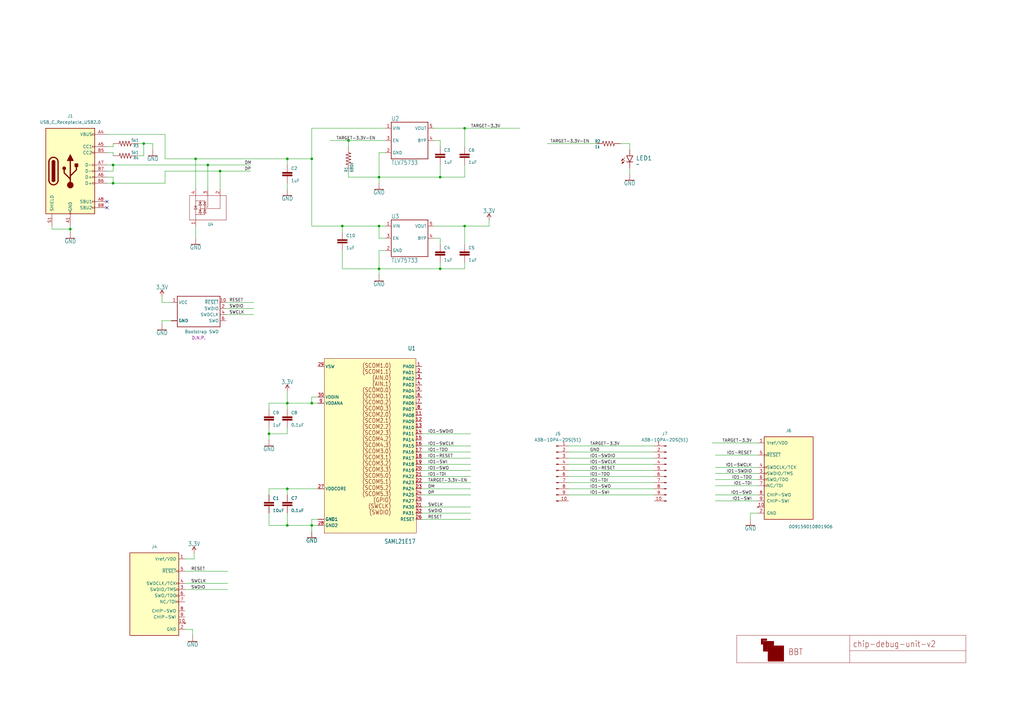
<source format=kicad_sch>
(kicad_sch (version 20231120) (generator "eeschema") (generator_version "8.0")
  (paper "User" 425.45 298.602)
  (lib_symbols
    (symbol "fizkit-fpdu-v1a-eagle-import:3.3V" (power)
      (property "Value" "3.3V" (at 0 2.794 0))
      (symbol "3.3V_1_0"
        (pin power_in line (at 0 0 90) (length 2.54) (name "3.3V") (number "1"))
      )
    )
    (symbol "fizkit-fpdu-v1a-eagle-import:A3L-LOC"
      (symbol "A3L-LOC_1_0"
        (text "BBT" (at 309.7276 6.8834 0) (effects (font (size 2.54 2.159)) (justify left bottom)))
        (text "chip-debug-unit-v2" (at 336.55 10.16 0) (effects (font (size 2.54 2.159)) (justify left bottom)))
      )
    )
    (symbol "fizkit-fpdu-v1a-eagle-import:CAPACITOR-402"
      (property "Reference" "C" (at 1.524 2.921 0))
      (symbol "CAPACITOR-402_1_0"
        (pin passive line (at 0 5.08 270) (length 2.54) (name "1") (number "1"))
        (pin passive line (at 0 -2.54 90) (length 2.54) (name "2") (number "2"))
      )
    )
    (symbol "fizkit-fpdu-v1a-eagle-import:GND" (power)
      (property "Value" "GND" (at 0 -0.254 0))
      (symbol "GND_1_0"
        (pin power_in line (at 0 2.54 270) (length 2.54) (name "GND") (number "1"))
      )
    )
    (symbol "fizkit-fpdu-v1a-eagle-import:MIC5319-5"
      (property "Reference" "U" (at -7.62 8.128 0))
      (symbol "MIC5319-5_1_0"
        (pin bidirectional line (at -10.16 5.08 0) (length 2.54) (name "VIN") (number "1"))
        (pin bidirectional line (at -10.16 -5.08 0) (length 2.54) (name "GND") (number "2"))
        (pin bidirectional line (at -10.16 0 0) (length 2.54) (name "EN") (number "3"))
        (pin bidirectional line (at 10.16 0 180) (length 2.54) (name "BYP") (number "4"))
        (pin bidirectional line (at 10.16 5.08 180) (length 2.54) (name "VOUT") (number "5"))
      )
    )
    (symbol "fizkit-fpdu-v1a-eagle-import:PRTR5V0U2-S"
      (property "Reference" "U" (at 0 -7.62 0))
      (symbol "PRTR5V0U2-S_1_0"
        (pin bidirectional line (at -5.08 -7.62 90) (length 2.54) (name "1") (number "1"))
        (pin bidirectional line (at 5.08 7.62 270) (length 2.54) (name "2") (number "2"))
        (pin bidirectional line (at 0 7.62 270) (length 2.54) (name "3") (number "3"))
        (pin bidirectional line (at -5.08 7.62 270) (length 2.54) (name "4") (number "4"))
      )
    )
    (symbol "fizkit-fpdu-v1a-eagle-import:RESISTOR-402"
      (property "Reference" "R" (at -5.588 0.2286 0))
      (symbol "RESISTOR-402_1_0"
        (pin passive line (at -5.08 0 0) (length 2.54) (name "1") (number "1"))
        (pin passive line (at 5.08 0 180) (length 2.54) (name "2") (number "2"))
      )
    )
    (symbol "io:SWD-EDGE" (pin_names (offset 1.016))
      (property "Reference" "J" (at -8.89 17.78 0))
      (property "Footprint" "io:blocks-edge-10-plug" (at 0 0 0))
      (symbol "SWD-EDGE_1_1"
        (pin power_in line (at 12.7 12.7 180) (length 2.54) (name "Vref/VDD") (number "1"))
        (pin no_connect line (at 12.7 -13.97 180) (length 2.54) (name "") (number "10"))
        (pin power_in line (at 12.7 -16.51 180) (length 2.54) (name "GND") (number "2"))
        (pin bidirectional line (at 12.7 0 180) (length 2.54) (name "SWDIO/TMS") (number "3"))
        (pin output line (at 12.7 2.54 180) (length 2.54) (name "SWDCLK/TCK") (number "4"))
        (pin open_collector line (at 12.7 7.62 180) (length 2.54) (name "~{RESET}") (number "5"))
        (pin input line (at 12.7 -2.54 180) (length 2.54) (name "SWO/TDO") (number "6"))
        (pin output line (at 12.7 -5.08 180) (length 2.54) (name "NC/TDI") (number "7"))
        (pin input line (at 12.7 -8.89 180) (length 2.54) (name "CHIP-SWO") (number "8"))
        (pin output line (at 12.7 -11.43 180) (length 2.54) (name "CHIP-SWI") (number "9"))
      )
    )
    (symbol "io:USB_C_Receptacle_USB2.0" (pin_names (offset 1.016))
      (property "Reference" "J" (at -10.16 19.05 0))
      (property "Value" "USB_C_Receptacle_USB2.0" (at 19.05 19.05 0))
      (symbol "USB_C_Receptacle_USB2.0_1_1"
        (pin passive line (at 0 -22.86 90) (length 5.08) (name "GND") (number "A1"))
        (pin passive line (at 0 -22.86 90) (length 5.08) hide (name "GND") (number "A12"))
        (pin passive line (at 15.24 15.24 180) (length 5.08) (name "VBUS") (number "A4"))
        (pin bidirectional line (at 15.24 10.16 180) (length 5.08) (name "CC1") (number "A5"))
        (pin bidirectional line (at 15.24 -2.54 180) (length 5.08) (name "D+") (number "A6"))
        (pin bidirectional line (at 15.24 2.54 180) (length 5.08) (name "D-") (number "A7"))
        (pin bidirectional line (at 15.24 -12.7 180) (length 5.08) (name "SBU1") (number "A8"))
        (pin passive line (at 15.24 15.24 180) (length 5.08) hide (name "VBUS") (number "A9"))
        (pin passive line (at 0 -22.86 90) (length 5.08) hide (name "GND") (number "B1"))
        (pin passive line (at 0 -22.86 90) (length 5.08) hide (name "GND") (number "B12"))
        (pin passive line (at 15.24 15.24 180) (length 5.08) hide (name "VBUS") (number "B4"))
        (pin bidirectional line (at 15.24 7.62 180) (length 5.08) (name "CC2") (number "B5"))
        (pin bidirectional line (at 15.24 -5.08 180) (length 5.08) (name "D+") (number "B6"))
        (pin bidirectional line (at 15.24 0 180) (length 5.08) (name "D-") (number "B7"))
        (pin bidirectional line (at 15.24 -15.24 180) (length 5.08) (name "SBU2") (number "B8"))
        (pin passive line (at 15.24 15.24 180) (length 5.08) hide (name "VBUS") (number "B9"))
        (pin passive line (at -7.62 -22.86 90) (length 5.08) (name "SHIELD") (number "S1"))
      )
    )
    (symbol "project:CORTEX_JTAG_DEBUG_MINIMUM_PTH_NS"
      (symbol "CORTEX_JTAG_DEBUG_MINIMUM_PTH_NS_1_0"
        (pin bidirectional line (at -12.7 5.08 0) (length 2.54) (name "VCC") (number "1"))
        (pin bidirectional line (at 10.16 5.08 180) (length 2.54) (name "~{RESET}") (number "10"))
        (pin bidirectional line (at 10.16 2.54 180) (length 2.54) (name "SWDIO") (number "2"))
        (pin bidirectional line (at -12.7 -2.54 0) (length 2.54) (name "GND") (number "3"))
        (pin bidirectional line (at 10.16 0 180) (length 2.54) (name "SWDCLK") (number "4"))
        (pin bidirectional line (at -12.7 -2.54 0) (length 2.54) (name "GND") (number "5"))
        (pin bidirectional line (at 10.16 -2.54 180) (length 2.54) (name "SWO") (number "6"))
        (pin bidirectional line (at -12.7 -2.54 0) (length 2.54) (name "GND") (number "9"))
      )
    )
    (symbol "project:Conn_01x10_Pin" (pin_names (offset 1.016) hide)
      (property "Reference" "J" (at 0 12.7 0))
      (property "Value" "Conn_01x10_Pin" (at 0 -15.24 0))
      (symbol "Conn_01x10_Pin_1_1"
        (pin passive line (at 5.08 10.16 180) (length 3.81) (name "Pin_1") (number "1"))
        (pin passive line (at 5.08 -12.7 180) (length 3.81) (name "Pin_10") (number "10"))
        (pin passive line (at 5.08 7.62 180) (length 3.81) (name "Pin_2") (number "2"))
        (pin passive line (at 5.08 5.08 180) (length 3.81) (name "Pin_3") (number "3"))
        (pin passive line (at 5.08 2.54 180) (length 3.81) (name "Pin_4") (number "4"))
        (pin passive line (at 5.08 0 180) (length 3.81) (name "Pin_5") (number "5"))
        (pin passive line (at 5.08 -2.54 180) (length 3.81) (name "Pin_6") (number "6"))
        (pin passive line (at 5.08 -5.08 180) (length 3.81) (name "Pin_7") (number "7"))
        (pin passive line (at 5.08 -7.62 180) (length 3.81) (name "Pin_8") (number "8"))
        (pin passive line (at 5.08 -10.16 180) (length 3.81) (name "Pin_9") (number "9"))
      )
    )
    (symbol "project:LED-603"
      (property "Reference" "D" (at -3.429 -2.032 90))
      (symbol "LED-603_1_0"
        (pin passive line (at 0 5.08 270) (length 2.54) (name "A") (number "A"))
        (pin passive line (at 0 -2.54 90) (length 2.54) (name "C") (number "C"))
      )
    )
    (symbol "project:SAML21-E"
      (property "Reference" "U" (at -20.32 34.544 0))
      (symbol "SAML21-E_1_0"
        (text "(AIN.0)" (at -10.16 22.225 0) (effects (font (size 1.778 1.5113)) (justify left bottom)))
        (text "(AIN.1)" (at -10.16 19.685 0) (effects (font (size 1.778 1.5113)) (justify left bottom)))
        (text "(GPIO)" (at -10.16 -28.575 0) (effects (font (size 1.778 1.5113)) (justify left bottom)))
        (text "(SCOM0.0)" (at -10.16 17.145 0) (effects (font (size 1.778 1.5113)) (justify left bottom)))
        (text "(SCOM0.1)" (at -10.16 14.605 0) (effects (font (size 1.778 1.5113)) (justify left bottom)))
        (text "(SCOM0.2)" (at -10.16 12.065 0) (effects (font (size 1.778 1.5113)) (justify left bottom)))
        (text "(SCOM0.3)" (at -10.16 9.525 0) (effects (font (size 1.778 1.5113)) (justify left bottom)))
        (text "(SCOM1.0)" (at -10.16 27.305 0) (effects (font (size 1.778 1.5113)) (justify left bottom)))
        (text "(SCOM1.1)" (at -10.16 24.765 0) (effects (font (size 1.778 1.5113)) (justify left bottom)))
        (text "(SCOM2.0)" (at -10.16 6.985 0) (effects (font (size 1.778 1.5113)) (justify left bottom)))
        (text "(SCOM2.1)" (at -10.16 4.445 0) (effects (font (size 1.778 1.5113)) (justify left bottom)))
        (text "(SCOM2.2)" (at -10.16 1.905 0) (effects (font (size 1.778 1.5113)) (justify left bottom)))
        (text "(SCOM2.3)" (at -10.16 -0.635 0) (effects (font (size 1.778 1.5113)) (justify left bottom)))
        (text "(SCOM3.0)" (at -10.16 -8.255 0) (effects (font (size 1.778 1.5113)) (justify left bottom)))
        (text "(SCOM3.1)" (at -10.16 -10.795 0) (effects (font (size 1.778 1.5113)) (justify left bottom)))
        (text "(SCOM3.2)" (at -10.16 -13.335 0) (effects (font (size 1.778 1.5113)) (justify left bottom)))
        (text "(SCOM3.3)" (at -10.16 -15.875 0) (effects (font (size 1.778 1.5113)) (justify left bottom)))
        (text "(SCOM4.2)" (at -10.16 -3.175 0) (effects (font (size 1.778 1.5113)) (justify left bottom)))
        (text "(SCOM4.3)" (at -10.16 -5.715 0) (effects (font (size 1.778 1.5113)) (justify left bottom)))
        (text "(SCOM5.0)" (at -10.16 -18.415 0) (effects (font (size 1.778 1.5113)) (justify left bottom)))
        (text "(SCOM5.1)" (at -10.16 -20.955 0) (effects (font (size 1.778 1.5113)) (justify left bottom)))
        (text "(SCOM5.2)" (at -10.16 -23.495 0) (effects (font (size 1.778 1.5113)) (justify left bottom)))
        (text "(SCOM5.3)" (at -10.16 -26.035 0) (effects (font (size 1.778 1.5113)) (justify left bottom)))
        (text "(SWCLK)" (at -10.16 -31.115 0) (effects (font (size 1.778 1.5113)) (justify left bottom)))
        (text "(SWDIO)" (at -10.16 -33.655 0) (effects (font (size 1.778 1.5113)) (justify left bottom)))
        (pin bidirectional line (at -22.86 27.94 0) (length 2.54) (name "PA00") (number "1"))
        (pin bidirectional line (at 20.32 -35.56 180) (length 2.54) (name "GND1") (number "10"))
        (pin bidirectional line (at -22.86 7.62 0) (length 2.54) (name "PA08") (number "11"))
        (pin bidirectional line (at -22.86 5.08 0) (length 2.54) (name "PA09") (number "12"))
        (pin bidirectional line (at -22.86 2.54 0) (length 2.54) (name "PA10") (number "13"))
        (pin bidirectional line (at -22.86 0 0) (length 2.54) (name "PA11") (number "14"))
        (pin bidirectional line (at -22.86 -2.54 0) (length 2.54) (name "PA14") (number "15"))
        (pin bidirectional line (at -22.86 -5.08 0) (length 2.54) (name "PA15") (number "16"))
        (pin bidirectional line (at -22.86 -7.62 0) (length 2.54) (name "PA16") (number "17"))
        (pin bidirectional line (at -22.86 -10.16 0) (length 2.54) (name "PA17") (number "18"))
        (pin bidirectional line (at -22.86 -12.7 0) (length 2.54) (name "PA18") (number "19"))
        (pin bidirectional line (at -22.86 25.4 0) (length 2.54) (name "PA01") (number "2"))
        (pin bidirectional line (at -22.86 -15.24 0) (length 2.54) (name "PA19") (number "20"))
        (pin bidirectional line (at -22.86 -17.78 0) (length 2.54) (name "PA22") (number "21"))
        (pin bidirectional line (at -22.86 -20.32 0) (length 2.54) (name "PA23") (number "22"))
        (pin bidirectional line (at -22.86 -22.86 0) (length 2.54) (name "PA24") (number "23"))
        (pin bidirectional line (at -22.86 -25.4 0) (length 2.54) (name "PA25") (number "24"))
        (pin bidirectional line (at -22.86 -27.94 0) (length 2.54) (name "PA27") (number "25"))
        (pin bidirectional line (at -22.86 -35.56 0) (length 2.54) (name "RESET") (number "26"))
        (pin bidirectional line (at 20.32 -22.86 180) (length 2.54) (name "VDDCORE") (number "27"))
        (pin bidirectional line (at 20.32 -38.1 180) (length 2.54) (name "GND2") (number "28"))
        (pin bidirectional line (at 20.32 27.94 180) (length 2.54) (name "VSW") (number "29"))
        (pin bidirectional line (at -22.86 22.86 0) (length 2.54) (name "PA02") (number "3"))
        (pin bidirectional line (at 20.32 15.24 180) (length 2.54) (name "VDDIN") (number "30"))
        (pin bidirectional line (at -22.86 -30.48 0) (length 2.54) (name "PA30") (number "31"))
        (pin bidirectional line (at -22.86 -33.02 0) (length 2.54) (name "PA31") (number "32"))
        (pin bidirectional line (at -22.86 20.32 0) (length 2.54) (name "PA03") (number "4"))
        (pin bidirectional line (at -22.86 17.78 0) (length 2.54) (name "PA04") (number "5"))
        (pin bidirectional line (at -22.86 15.24 0) (length 2.54) (name "PA05") (number "6"))
        (pin bidirectional line (at -22.86 12.7 0) (length 2.54) (name "PA06") (number "7"))
        (pin bidirectional line (at -22.86 10.16 0) (length 2.54) (name "PA07") (number "8"))
        (pin bidirectional line (at 20.32 12.7 180) (length 2.54) (name "VDDANA") (number "9"))
        (pin bidirectional line (at 20.32 -35.56 180) (length 2.54) (name "GND1") (number "EP"))
      )
    )
  )
  (junction (at 193.04 93.98))
  (junction (at 46.99 68.58))
  (junction (at 142.24 93.98))
  (junction (at 157.48 111.76))
  (junction (at 119.38 218.44))
  (junction (at 129.54 218.44))
  (junction (at 59.69 59.69))
  (junction (at 129.54 167.64))
  (junction (at 157.48 93.98))
  (junction (at 111.76 180.34))
  (junction (at 129.54 66.04))
  (junction (at 46.99 76.2))
  (junction (at 86.36 68.58))
  (junction (at 91.44 71.12))
  (junction (at 182.88 111.76))
  (junction (at 157.48 73.66))
  (junction (at 119.38 203.2))
  (junction (at 29.21 95.25))
  (junction (at 144.78 58.42))
  (junction (at 182.88 73.66))
  (junction (at 119.38 66.04))
  (junction (at 81.28 66.04))
  (junction (at 119.38 167.64))
  (junction (at 193.04 53.34))
  (no_connect (at 44.45 86.36))
  (no_connect (at 44.45 83.82))
  (wire (pts (xy 142.24 96.52) (xy 142.24 93.98)) (stroke (width 0.1524)))
  (wire (pts (xy 182.88 73.66) (xy 157.48 73.66)) (stroke (width 0.1524)))
  (wire (pts (xy 180.34 99.06) (xy 182.88 99.06)) (stroke (width 0.1524)))
  (wire (pts (xy 67.31 125.73) (xy 67.31 123.19)))
  (wire (pts (xy 314.96 208.28) (xy 297.18 208.28)))
  (wire (pts (xy 44.45 63.5) (xy 46.99 63.5)))
  (wire (pts (xy 160.02 63.5) (xy 157.48 63.5)) (stroke (width 0.1524)))
  (wire (pts (xy 68.58 66.04) (xy 81.28 66.04)) (stroke (width 0.1524)))
  (wire (pts (xy 236.22 193.04) (xy 271.78 193.04)))
  (wire (pts (xy 119.38 218.44) (xy 111.76 218.44)) (stroke (width 0.1524)))
  (wire (pts (xy 175.26 198.12) (xy 195.58 198.12)) (stroke (width 0.1524)))
  (wire (pts (xy 193.04 53.34) (xy 215.9 53.34)) (stroke (width 0.1524)))
  (wire (pts (xy 180.34 58.42) (xy 182.88 58.42)) (stroke (width 0.1524)))
  (wire (pts (xy 129.54 66.04) (xy 129.54 53.34)) (stroke (width 0.1524)))
  (wire (pts (xy 257.81 59.69) (xy 261.62 59.69)))
  (wire (pts (xy 157.48 111.76) (xy 157.48 114.3)) (stroke (width 0.1524)))
  (wire (pts (xy 29.21 93.98) (xy 29.21 95.25)))
  (wire (pts (xy 236.22 187.96) (xy 271.78 187.96)))
  (wire (pts (xy 81.28 78.74) (xy 81.28 66.04)) (stroke (width 0.1524)))
  (wire (pts (xy 91.44 78.74) (xy 91.44 71.12)) (stroke (width 0.1524)))
  (wire (pts (xy 46.99 73.66) (xy 46.99 76.2)))
  (wire (pts (xy 132.08 165.1) (xy 129.54 165.1)) (stroke (width 0.1524)))
  (wire (pts (xy 129.54 53.34) (xy 160.02 53.34)) (stroke (width 0.1524)))
  (wire (pts (xy 182.88 111.76) (xy 182.88 109.22)) (stroke (width 0.1524)))
  (wire (pts (xy 182.88 111.76) (xy 193.04 111.76)) (stroke (width 0.1524)))
  (wire (pts (xy 314.96 194.31) (xy 297.18 194.31)) (stroke (width 0.1524)))
  (wire (pts (xy 46.99 76.2) (xy 68.58 76.2)))
  (wire (pts (xy 314.96 184.15) (xy 295.91 184.15)))
  (wire (pts (xy 236.22 190.5) (xy 271.78 190.5)))
  (wire (pts (xy 119.38 177.8) (xy 119.38 180.34)) (stroke (width 0.1524)))
  (wire (pts (xy 119.38 205.74) (xy 119.38 203.2)) (stroke (width 0.1524)))
  (wire (pts (xy 129.54 218.44) (xy 119.38 218.44)) (stroke (width 0.1524)))
  (wire (pts (xy 157.48 104.14) (xy 157.48 111.76)) (stroke (width 0.1524)))
  (wire (pts (xy 129.54 93.98) (xy 129.54 66.04)) (stroke (width 0.1524)))
  (wire (pts (xy 157.48 73.66) (xy 144.78 73.66)) (stroke (width 0.1524)))
  (wire (pts (xy 157.48 111.76) (xy 182.88 111.76)) (stroke (width 0.1524)))
  (wire (pts (xy 157.48 73.66) (xy 157.48 76.2)) (stroke (width 0.1524)))
  (wire (pts (xy 86.36 78.74) (xy 86.36 68.58)) (stroke (width 0.1524)))
  (wire (pts (xy 111.76 180.34) (xy 111.76 182.88)) (stroke (width 0.1524)))
  (wire (pts (xy 182.88 73.66) (xy 193.04 73.66)) (stroke (width 0.1524)))
  (wire (pts (xy 44.45 55.88) (xy 68.58 55.88)))
  (wire (pts (xy 119.38 167.64) (xy 119.38 162.56)) (stroke (width 0.1524)))
  (wire (pts (xy 129.54 167.64) (xy 119.38 167.64)) (stroke (width 0.1524)))
  (wire (pts (xy 68.58 71.12) (xy 91.44 71.12)) (stroke (width 0.1524)))
  (wire (pts (xy 261.62 69.85) (xy 261.62 72.39)))
  (wire (pts (xy 111.76 167.64) (xy 111.76 170.18)) (stroke (width 0.1524)))
  (wire (pts (xy 175.26 180.34) (xy 195.58 180.34)) (stroke (width 0.1524)))
  (wire (pts (xy 111.76 203.2) (xy 111.76 205.74)) (stroke (width 0.1524)))
  (wire (pts (xy 236.22 200.66) (xy 271.78 200.66)))
  (wire (pts (xy 227.33 59.69) (xy 247.65 59.69)))
  (wire (pts (xy 160.02 58.42) (xy 144.78 58.42)) (stroke (width 0.1524)))
  (wire (pts (xy 80.645 232.41) (xy 80.645 229.87)))
  (wire (pts (xy 157.48 99.06) (xy 157.48 93.98)) (stroke (width 0.1524)))
  (wire (pts (xy 175.26 210.82) (xy 195.58 210.82)) (stroke (width 0.1524)))
  (wire (pts (xy 119.38 66.04) (xy 129.54 66.04)) (stroke (width 0.1524)))
  (wire (pts (xy 46.99 59.69) (xy 46.99 60.96)))
  (wire (pts (xy 175.26 215.9) (xy 195.58 215.9)) (stroke (width 0.1524)))
  (wire (pts (xy 144.78 60.96) (xy 144.78 58.42)) (stroke (width 0.1524)))
  (wire (pts (xy 175.26 185.42) (xy 195.58 185.42)) (stroke (width 0.1524)))
  (wire (pts (xy 132.08 167.64) (xy 129.54 167.64)) (stroke (width 0.1524)))
  (wire (pts (xy 203.2 93.98) (xy 203.2 91.44)) (stroke (width 0.1524)))
  (wire (pts (xy 71.12 125.73) (xy 67.31 125.73)))
  (wire (pts (xy 86.36 68.58) (xy 104.14 68.58)) (stroke (width 0.1524)))
  (wire (pts (xy 46.99 63.5) (xy 46.99 64.77)))
  (wire (pts (xy 157.48 111.76) (xy 142.24 111.76)) (stroke (width 0.1524)))
  (wire (pts (xy 236.22 198.12) (xy 271.78 198.12)))
  (wire (pts (xy 21.59 93.98) (xy 21.59 95.25)))
  (wire (pts (xy 132.08 203.2) (xy 119.38 203.2)) (stroke (width 0.1524)))
  (wire (pts (xy 180.34 93.98) (xy 193.04 93.98)) (stroke (width 0.1524)))
  (wire (pts (xy 129.54 165.1) (xy 129.54 167.64)) (stroke (width 0.1524)))
  (wire (pts (xy 193.04 73.66) (xy 193.04 68.58)) (stroke (width 0.1524)))
  (wire (pts (xy 314.96 199.39) (xy 297.18 199.39)))
  (wire (pts (xy 182.88 68.58) (xy 182.88 73.66)) (stroke (width 0.1524)))
  (wire (pts (xy 59.69 59.69) (xy 63.5 59.69)))
  (wire (pts (xy 129.54 218.44) (xy 129.54 220.98)) (stroke (width 0.1524)))
  (wire (pts (xy 119.38 78.74) (xy 119.38 76.2)) (stroke (width 0.1524)))
  (wire (pts (xy 29.21 95.25) (xy 29.21 96.52)))
  (wire (pts (xy 119.38 167.64) (xy 111.76 167.64)) (stroke (width 0.1524)))
  (wire (pts (xy 193.04 111.76) (xy 193.04 109.22)) (stroke (width 0.1524)))
  (wire (pts (xy 111.76 218.44) (xy 111.76 213.36)) (stroke (width 0.1524)))
  (wire (pts (xy 175.26 190.5) (xy 195.58 190.5)) (stroke (width 0.1524)))
  (wire (pts (xy 76.835 261.62) (xy 80.01 261.62)))
  (wire (pts (xy 63.5 59.69) (xy 63.5 62.23)))
  (wire (pts (xy 76.835 245.11) (xy 94.615 245.11)) (stroke (width 0.1524)))
  (wire (pts (xy 57.15 64.77) (xy 59.69 64.77)))
  (wire (pts (xy 193.04 93.98) (xy 203.2 93.98)) (stroke (width 0.1524)))
  (wire (pts (xy 261.62 62.23) (xy 261.62 59.69)))
  (wire (pts (xy 175.26 193.04) (xy 195.58 193.04)) (stroke (width 0.1524)))
  (wire (pts (xy 21.59 95.25) (xy 29.21 95.25)))
  (wire (pts (xy 160.02 99.06) (xy 157.48 99.06)) (stroke (width 0.1524)))
  (wire (pts (xy 46.99 68.58) (xy 46.99 71.12)))
  (wire (pts (xy 91.44 71.12) (xy 104.14 71.12)) (stroke (width 0.1524)))
  (wire (pts (xy 71.12 133.35) (xy 67.31 133.35)))
  (wire (pts (xy 46.99 68.58) (xy 86.36 68.58)) (stroke (width 0.1524)))
  (wire (pts (xy 68.58 55.88) (xy 68.58 66.04)))
  (wire (pts (xy 81.28 66.04) (xy 119.38 66.04)) (stroke (width 0.1524)))
  (wire (pts (xy 59.69 59.69) (xy 59.69 64.77)))
  (wire (pts (xy 314.96 196.85) (xy 297.18 196.85)) (stroke (width 0.1524)))
  (wire (pts (xy 236.22 185.42) (xy 271.78 185.42)))
  (wire (pts (xy 67.31 133.35) (xy 67.31 134.62)))
  (wire (pts (xy 314.96 201.93) (xy 297.18 201.93)))
  (wire (pts (xy 236.22 203.2) (xy 271.78 203.2)))
  (wire (pts (xy 93.98 128.27) (xy 105.41 128.27)))
  (wire (pts (xy 182.88 58.42) (xy 182.88 60.96)) (stroke (width 0.1524)))
  (wire (pts (xy 132.08 215.9) (xy 129.54 215.9)) (stroke (width 0.1524)))
  (wire (pts (xy 144.78 58.42) (xy 137.16 58.42)) (stroke (width 0.1524)))
  (wire (pts (xy 236.22 205.74) (xy 271.78 205.74)))
  (wire (pts (xy 132.08 218.44) (xy 129.54 218.44)) (stroke (width 0.1524)))
  (wire (pts (xy 180.34 53.34) (xy 193.04 53.34)) (stroke (width 0.1524)))
  (wire (pts (xy 182.88 99.06) (xy 182.88 101.6)) (stroke (width 0.1524)))
  (wire (pts (xy 93.98 130.81) (xy 105.41 130.81)))
  (wire (pts (xy 160.02 93.98) (xy 157.48 93.98)) (stroke (width 0.1524)))
  (wire (pts (xy 175.26 213.36) (xy 195.58 213.36)) (stroke (width 0.1524)))
  (wire (pts (xy 44.45 68.58) (xy 46.99 68.58)) (stroke (width 0.1524)))
  (wire (pts (xy 311.785 213.36) (xy 311.785 215.9)))
  (wire (pts (xy 129.54 215.9) (xy 129.54 218.44)) (stroke (width 0.1524)))
  (wire (pts (xy 142.24 111.76) (xy 142.24 104.14)) (stroke (width 0.1524)))
  (wire (pts (xy 119.38 180.34) (xy 111.76 180.34)) (stroke (width 0.1524)))
  (wire (pts (xy 157.48 93.98) (xy 142.24 93.98)) (stroke (width 0.1524)))
  (wire (pts (xy 119.38 213.36) (xy 119.38 218.44)) (stroke (width 0.1524)))
  (wire (pts (xy 157.48 63.5) (xy 157.48 73.66)) (stroke (width 0.1524)))
  (wire (pts (xy 119.38 68.58) (xy 119.38 66.04)) (stroke (width 0.1524)))
  (wire (pts (xy 80.01 261.62) (xy 80.01 264.16)))
  (wire (pts (xy 57.15 59.69) (xy 59.69 59.69)))
  (wire (pts (xy 76.835 242.57) (xy 94.615 242.57)) (stroke (width 0.1524)))
  (wire (pts (xy 142.24 93.98) (xy 129.54 93.98)) (stroke (width 0.1524)))
  (wire (pts (xy 193.04 101.6) (xy 193.04 93.98)) (stroke (width 0.1524)))
  (wire (pts (xy 314.96 205.74) (xy 297.18 205.74)) (stroke (width 0.1524)))
  (wire (pts (xy 68.58 71.12) (xy 68.58 76.2)))
  (wire (pts (xy 44.45 76.2) (xy 46.99 76.2)))
  (wire (pts (xy 314.96 213.36) (xy 311.785 213.36)))
  (wire (pts (xy 175.26 187.96) (xy 195.58 187.96)))
  (wire (pts (xy 314.96 189.23) (xy 297.18 189.23)) (stroke (width 0.1524)))
  (wire (pts (xy 236.22 195.58) (xy 271.78 195.58)))
  (wire (pts (xy 111.76 177.8) (xy 111.76 180.34)) (stroke (width 0.1524)))
  (wire (pts (xy 195.58 205.74) (xy 175.26 205.74)) (stroke (width 0.1524)))
  (wire (pts (xy 76.835 237.49) (xy 94.615 237.49)) (stroke (width 0.1524)))
  (wire (pts (xy 175.26 203.2) (xy 195.58 203.2)) (stroke (width 0.1524)))
  (wire (pts (xy 76.835 232.41) (xy 80.645 232.41)))
  (wire (pts (xy 119.38 203.2) (xy 111.76 203.2)) (stroke (width 0.1524)))
  (wire (pts (xy 81.28 93.98) (xy 81.28 99.06)) (stroke (width 0.1524)))
  (wire (pts (xy 160.02 104.14) (xy 157.48 104.14)) (stroke (width 0.1524)))
  (wire (pts (xy 175.26 195.58) (xy 195.58 195.58)) (stroke (width 0.1524)))
  (wire (pts (xy 44.45 73.66) (xy 46.99 73.66)))
  (wire (pts (xy 193.04 60.96) (xy 193.04 53.34)) (stroke (width 0.1524)))
  (wire (pts (xy 119.38 170.18) (xy 119.38 167.64)) (stroke (width 0.1524)))
  (wire (pts (xy 44.45 60.96) (xy 46.99 60.96)))
  (wire (pts (xy 44.45 71.12) (xy 46.99 71.12)))
  (wire (pts (xy 175.26 200.66) (xy 195.58 200.66)) (stroke (width 0.1524)))
  (wire (pts (xy 144.78 73.66) (xy 144.78 71.12)) (stroke (width 0.1524)))
  (wire (pts (xy 93.98 125.73) (xy 105.41 125.73)))
  (label "DM" (at 177.8 203.2 0) (effects (font (size 1.2446 1.2446))))
  (label "IO1-SWI" (at 245.11 205.74 0))
  (label "IO1-TDI" (at 245.11 200.66 0) (effects (font (size 1.2446 1.2446))))
  (label "IO1-SWCLK" (at 312.42 194.31 180) (effects (font (size 1.2446 1.2446))))
  (label "SWCLK" (at 177.8 210.82 0) (effects (font (size 1.2446 1.2446))))
  (label "SWCLK" (at 95.25 130.81 0) (effects (font (size 1.2446 1.2446))))
  (label "IO1-SWDIO" (at 177.8 180.34 0) (effects (font (size 1.2446 1.2446))))
  (label "DP" (at 101.6 71.12 0) (effects (font (size 1.2446 1.2446))))
  (label "TARGET-3.3V" (at 245.11 185.42 0) (effects (font (size 1.2446 1.2446))))
  (label "DM" (at 101.6 68.58 0) (effects (font (size 1.2446 1.2446))))
  (label "GND" (at 245.11 187.96 0) (effects (font (size 1.2446 1.2446))))
  (label "IO1-SWCLK" (at 245.11 193.04 0) (effects (font (size 1.2446 1.2446))))
  (label "IO1-SWO" (at 177.8 195.58 0) (effects (font (size 1.2446 1.2446))))
  (label "RESET" (at 177.8 215.9 0) (effects (font (size 1.2446 1.2446))))
  (label "IO1-SWI" (at 177.8 193.04 0))
  (label "SWDIO" (at 177.8 213.36 0) (effects (font (size 1.2446 1.2446))))
  (label "IO1-SWI" (at 312.42 208.28 180))
  (label "RESET" (at 79.375 237.49 0) (effects (font (size 1.2446 1.2446))))
  (label "IO1-RESET" (at 312.42 189.23 180) (effects (font (size 1.2446 1.2446))))
  (label "TARGET-3.3V-EN" (at 139.7 58.42 0) (effects (font (size 1.2446 1.2446))))
  (label "TARGET-3.3V-EN" (at 228.6 59.69 0) (effects (font (size 1.2446 1.2446))))
  (label "IO1-SWO" (at 245.11 203.2 0) (effects (font (size 1.2446 1.2446))))
  (label "IO1-SWDIO" (at 312.42 196.85 180) (effects (font (size 1.2446 1.2446))))
  (label "IO1-TDO" (at 312.42 199.39 180) (effects (font (size 1.2446 1.2446))))
  (label "IO1-TDO" (at 177.8 187.96 0) (effects (font (size 1.2446 1.2446))))
  (label "IO1-SWCLK" (at 177.8 185.42 0) (effects (font (size 1.2446 1.2446))))
  (label "IO1-RESET" (at 245.11 195.58 0) (effects (font (size 1.2446 1.2446))))
  (label "TARGET-3.3V" (at 312.42 184.15 180) (effects (font (size 1.2446 1.2446))))
  (label "SWDIO" (at 95.25 128.27 0) (effects (font (size 1.2446 1.2446))))
  (label "RESET" (at 95.25 125.73 0) (effects (font (size 1.2446 1.2446))))
  (label "IO1-TDI" (at 177.8 198.12 0) (effects (font (size 1.2446 1.2446))))
  (label "IO1-SWO" (at 312.42 205.74 180) (effects (font (size 1.2446 1.2446))))
  (label "DP" (at 177.8 205.74 0) (effects (font (size 1.2446 1.2446))))
  (label "IO1-TDO" (at 245.11 198.12 0) (effects (font (size 1.2446 1.2446))))
  (label "IO1-SWDIO" (at 245.11 190.5 0) (effects (font (size 1.2446 1.2446))))
  (label "TARGET-3.3V" (at 195.58 53.34 0) (effects (font (size 1.2446 1.2446))))
  (label "IO1-RESET" (at 177.8 190.5 0) (effects (font (size 1.2446 1.2446))))
  (label "TARGET-3.3V-EN" (at 177.8 200.66 0) (effects (font (size 1.2446 1.2446))))
  (label "IO1-TDI" (at 312.42 201.93 180) (effects (font (size 1.2446 1.2446))))
  (label "SWDIO" (at 79.375 245.11 0) (effects (font (size 1.2446 1.2446))))
  (label "SWCLK" (at 79.375 242.57 0) (effects (font (size 1.2446 1.2446))))
  (symbol (lib_id "project:SAML21-E") (at 152.4 180.34 0) (mirror y) (unit 1)
    (property "Reference" "U1" (at 172.72 145.796 0) (effects (font (size 1.778 1.5113)) (justify left bottom)))
    (property "Value" "SAML21E17" (at 172.72 226.06 0) (effects (font (size 1.778 1.5113)) (justify left bottom)))
    (property "Footprint" "fizkit-fpdu-v1a:TQFP32-08" (effects (hide yes)))
  )
  (symbol (lib_id "fizkit-fpdu-v1a-eagle-import:3.3V") (at 119.38 162.56 0) (unit 1)
    (property "Reference" "#SUPPLY02" (effects (hide yes)))
    (property "Value" "3.3V" (at 119.38 159.766 0) (effects (font (size 1.778 1.5113)) (justify bottom)))
  )
  (symbol (lib_id "fizkit-fpdu-v1a-eagle-import:RESISTOR-402") (at 52.07 59.69 180) (unit 1)
    (property "Reference" "R3" (at 57.658 59.9186 0) (effects (font (size 1.27 1.0795)) (justify left bottom)))
    (property "Value" "5k1" (at 57.658 57.658 0) (effects (font (size 1.27 1.0795)) (justify left bottom)))
    (property "Footprint" "io:R_0402_1005Metric_Pad0.72x0.64mm_HandSolder" (effects (hide yes)))
  )
  (symbol (lib_id "project:Conn_01x10_Pin") (at 276.86 195.58 0) (mirror y) (unit 1)
    (property "Reference" "J7" (at 276.225 180.34 0))
    (property "Value" "A3B-10PA-2DS(51)" (at 276.225 182.88 0))
    (property "Footprint" "project:PinHeader_2x05_P2.00mm_Horizontal" (effects (hide yes)))
    (property "Datasheet" "https://nz.mouser.com/datasheet/2/185/A3B_10PA_2DS_51__CL0621_0354_3_51_2DDrawing_000124-1609805.pdf" (effects (hide yes)))
    (property "Description" "Generic connector, single row, 01x10, script generated" (effects (hide yes)))
  )
  (symbol (lib_id "fizkit-fpdu-v1a-eagle-import:GND") (at 81.28 101.6 0) (unit 1)
    (property "Reference" "#GND09" (effects (hide yes)))
    (property "Value" "GND" (at 81.28 101.854 0) (effects (font (size 1.778 1.5113)) (justify top)))
  )
  (symbol (lib_id "fizkit-fpdu-v1a-eagle-import:3.3V") (at 80.645 229.87 0) (unit 1)
    (property "Reference" "#SUPPLY04" (effects (hide yes)))
    (property "Value" "3.3V" (at 80.645 227.076 0) (effects (font (size 1.778 1.5113)) (justify bottom)))
  )
  (symbol (lib_id "fizkit-fpdu-v1a-eagle-import:GND") (at 119.38 81.28 0) (unit 1)
    (property "Reference" "#GND05" (effects (hide yes)))
    (property "Value" "GND" (at 119.38 81.534 0) (effects (font (size 1.778 1.5113)) (justify top)))
  )
  (symbol (lib_id "project:Conn_01x10_Pin") (at 231.14 195.58 0) (unit 1)
    (property "Reference" "J5" (at 231.775 180.34 0))
    (property "Value" "A3B-10PA-2DS(51)" (at 231.775 182.88 0))
    (property "Footprint" "project:PinHeader_2x05_P2.00mm_Vertical" (effects (hide yes)))
    (property "Datasheet" "https://nz.mouser.com/datasheet/2/185/A3B_10PA_2DS_51__CL0621_0354_3_51_2DDrawing_000124-1609805.pdf" (effects (hide yes)))
  )
  (symbol (lib_id "fizkit-fpdu-v1a-eagle-import:CAPACITOR-402") (at 182.88 66.04 0) (unit 1)
    (property "Reference" "C3" (at 184.404 63.119 0) (effects (justify left bottom)))
    (property "Value" "1uF" (at 184.404 68.199 0) (effects (justify left bottom)))
    (property "Footprint" "fizkit-fpdu-v1a:0402" (effects (hide yes)))
  )
  (symbol (lib_id "fizkit-fpdu-v1a-eagle-import:CAPACITOR-402") (at 142.24 101.6 0) (unit 1)
    (property "Reference" "C10" (at 143.764 98.679 0) (effects (justify left bottom)))
    (property "Value" "1uF" (at 143.764 103.759 0) (effects (justify left bottom)))
    (property "Footprint" "fizkit-fpdu-v1a:0402" (effects (hide yes)))
  )
  (symbol (lib_id "fizkit-fpdu-v1a-eagle-import:GND") (at 80.01 266.7 0) (unit 1)
    (property "Reference" "#GND010" (effects (hide yes)))
    (property "Value" "GND" (at 80.01 266.954 0) (effects (font (size 1.778 1.5113)) (justify top)))
  )
  (symbol (lib_id "fizkit-fpdu-v1a-eagle-import:RESISTOR-402") (at 144.78 66.04 90) (unit 1)
    (property "Reference" "R1" (at 144.5514 71.628 0) (effects (font (size 1.27 1.0795)) (justify left bottom)))
    (property "Value" "680k" (at 146.812 71.628 0) (effects (font (size 1.27 1.0795)) (justify left bottom)))
    (property "Footprint" "fizkit-fpdu-v1a:0402" (effects (hide yes)))
  )
  (symbol (lib_id "fizkit-fpdu-v1a-eagle-import:GND") (at 29.21 99.06 0) (unit 1)
    (property "Reference" "#GND02" (effects (hide yes)))
    (property "Value" "GND" (at 29.21 99.314 0) (effects (font (size 1.778 1.5113)) (justify top)))
  )
  (symbol (lib_id "fizkit-fpdu-v1a-eagle-import:3.3V") (at 203.2 91.44 0) (unit 1)
    (property "Reference" "#SUPPLY01" (effects (hide yes)))
    (property "Value" "3.3V" (at 203.2 88.646 0) (effects (font (size 1.778 1.5113)) (justify bottom)))
  )
  (symbol (lib_id "fizkit-fpdu-v1a-eagle-import:PRTR5V0U2-S") (at 86.36 86.36 0) (unit 1)
    (property "Reference" "U4" (at 86.36 93.98 0) (effects (font (size 1.27 1.0795)) (justify left bottom)))
    (property "Value" "PRTR5V0U2-S" (effects (hide yes)))
    (property "Footprint" "fizkit-fpdu-v1a:SOT143B" (effects (hide yes)))
  )
  (symbol (lib_id "fizkit-fpdu-v1a-eagle-import:GND") (at 63.5 64.77 0) (unit 1)
    (property "Reference" "#GND06" (effects (hide yes)))
    (property "Value" "GND" (at 63.5 65.024 0) (effects (font (size 1.778 1.5113)) (justify top)))
  )
  (symbol (lib_id "fizkit-fpdu-v1a-eagle-import:RESISTOR-402") (at 252.73 59.69 0) (unit 1)
    (property "Reference" "R2" (at 247.142 59.4614 0) (effects (font (size 1.27 1.0795)) (justify left bottom)))
    (property "Value" "1k" (at 247.142 61.722 0) (effects (font (size 1.27 1.0795)) (justify left bottom)))
    (property "Footprint" "io:R_0402_1005Metric_Pad0.72x0.64mm_HandSolder" (effects (hide yes)))
  )
  (symbol (lib_id "fizkit-fpdu-v1a-eagle-import:A3L-LOC") (at 17.78 279.4 0) (unit 1)
    (property "Reference" "#FRAME1" (effects (hide yes)))
    (property "Value" "A3L-LOC" (effects (hide yes)))
  )
  (symbol (lib_id "fizkit-fpdu-v1a-eagle-import:CAPACITOR-402") (at 119.38 175.26 0) (unit 1)
    (property "Reference" "C8" (at 120.904 172.339 0) (effects (justify left bottom)))
    (property "Value" "0.1uF" (at 120.904 177.419 0) (effects (justify left bottom)))
    (property "Footprint" "fizkit-fpdu-v1a:0402" (effects (hide yes)))
  )
  (symbol (lib_id "fizkit-fpdu-v1a-eagle-import:GND") (at 111.76 185.42 0) (unit 1)
    (property "Reference" "#GND08" (effects (hide yes)))
    (property "Value" "GND" (at 111.76 185.674 0) (effects (font (size 1.778 1.5113)) (justify top)))
  )
  (symbol (lib_id "fizkit-fpdu-v1a-eagle-import:GND") (at 67.31 137.16 0) (unit 1)
    (property "Reference" "#GND07" (effects (hide yes)))
    (property "Value" "GND" (at 67.31 137.414 0) (effects (font (size 1.778 1.5113)) (justify top)))
  )
  (symbol (lib_id "fizkit-fpdu-v1a-eagle-import:GND") (at 129.54 223.52 0) (unit 1)
    (property "Reference" "#GND01" (effects (hide yes)))
    (property "Value" "GND" (at 129.54 223.774 0) (effects (font (size 1.778 1.5113)) (justify top)))
  )
  (symbol (lib_id "fizkit-fpdu-v1a-eagle-import:MIC5319-5") (at 170.18 58.42 0) (unit 1)
    (property "Reference" "U2" (at 162.56 50.292 0) (effects (font (size 1.778 1.5113)) (justify left bottom)))
    (property "Value" "TLV75733" (at 162.56 68.58 0) (effects (font (size 1.778 1.5113)) (justify left bottom)))
    (property "Footprint" "fizkit-fpdu-v1a:SOT23-5" (effects (hide yes)))
  )
  (symbol (lib_id "fizkit-fpdu-v1a-eagle-import:CAPACITOR-402") (at 193.04 66.04 0) (unit 1)
    (property "Reference" "C6" (at 194.564 63.119 0) (effects (justify left bottom)))
    (property "Value" "1uF" (at 194.564 68.199 0) (effects (justify left bottom)))
    (property "Footprint" "fizkit-fpdu-v1a:0402" (effects (hide yes)))
  )
  (symbol (lib_id "fizkit-fpdu-v1a-eagle-import:RESISTOR-402") (at 52.07 64.77 180) (unit 1)
    (property "Reference" "R4" (at 57.658 64.9986 0) (effects (font (size 1.27 1.0795)) (justify left bottom)))
    (property "Value" "5k1" (at 57.658 62.738 0) (effects (font (size 1.27 1.0795)) (justify left bottom)))
    (property "Footprint" "io:R_0402_1005Metric_Pad0.72x0.64mm_HandSolder" (effects (hide yes)))
  )
  (symbol (lib_id "io:SWD-EDGE") (at 64.135 245.11 0) (unit 1)
    (property "Reference" "J4" (at 64.135 227.33 0))
    (property "Value" "SWD-EDGE" (effects (hide yes)))
    (property "Footprint" "io:blocks-edge-10-plug" (effects (hide yes)))
    (property "Description" "Cortex Debug Connector, standard ARM Cortex-M SWD and JTAG interface" (effects (hide yes)))
  )
  (symbol (lib_id "fizkit-fpdu-v1a-eagle-import:GND") (at 157.48 116.84 0) (unit 1)
    (property "Reference" "#GND04" (effects (hide yes)))
    (property "Value" "GND" (at 157.48 117.094 0) (effects (font (size 1.778 1.5113)) (justify top)))
  )
  (symbol (lib_id "fizkit-fpdu-v1a-eagle-import:CAPACITOR-402") (at 111.76 175.26 0) (unit 1)
    (property "Reference" "C9" (at 113.284 172.339 0) (effects (justify left bottom)))
    (property "Value" "1uF" (at 113.284 177.419 0) (effects (justify left bottom)))
    (property "Footprint" "fizkit-fpdu-v1a:0402" (effects (hide yes)))
  )
  (symbol (lib_id "fizkit-fpdu-v1a-eagle-import:CAPACITOR-402") (at 111.76 210.82 0) (unit 1)
    (property "Reference" "C1" (at 113.284 207.899 0) (effects (justify left bottom)))
    (property "Value" "10uF" (at 113.284 212.979 0) (effects (justify left bottom)))
    (property "Footprint" "fizkit-fpdu-v1a:0402" (effects (hide yes)))
  )
  (symbol (lib_id "project:LED-603") (at 261.62 67.31 0) (unit 1)
    (property "Reference" "LED1" (at 264.16 65.7605 0) (effects (font (size 1.778 1.778)) (justify left)))
    (property "Value" "~" (at 264.16 68.3006 0) (effects (font (size 1.778 1.778)) (justify left)))
    (property "Footprint" "io:LED_0603_1608Metric_Pad1.05x0.95mm_HandSolder" (effects (hide yes)))
  )
  (symbol (lib_id "project:CORTEX_JTAG_DEBUG_MINIMUM_PTH_NS") (at 83.82 130.81 0) (unit 1)
    (property "Reference" "J2" (effects (hide yes)))
    (property "Value" "Bootstrap SWD" (at 83.82 137.922 0))
    (property "Footprint" "project:2X5-SMD-UNSHROUDED" (effects (hide yes)))
    (property "Description" "D.N.P." (at 82.55 140.462 0))
  )
  (symbol (lib_id "fizkit-fpdu-v1a-eagle-import:GND") (at 311.785 218.44 0) (mirror y) (unit 1)
    (property "Reference" "#GND011" (effects (hide yes)))
    (property "Value" "GND" (at 311.785 218.694 0) (effects (font (size 1.778 1.5113)) (justify top)))
  )
  (symbol (lib_id "io:USB_C_Receptacle_USB2.0") (at 29.21 71.12 0) (unit 1)
    (property "Reference" "J1" (at 29.21 48.26 0))
    (property "Value" "USB_C_Receptacle_USB2.0" (at 29.21 50.8 0))
    (property "Footprint" "io:USB_C_Receptacle_GCT_USB4105-xx-A_16P_TopMnt_Horizontal" (effects (hide yes)))
    (property "Datasheet" "https://www.usb.org/sites/default/files/documents/usb_type-c.zip" (effects (hide yes)))
    (property "Description" "USB 2.0-only Type-C Receptacle connector" (effects (hide yes)))
  )
  (symbol (lib_id "io:SWD-EDGE") (at 327.66 196.85 0) (mirror y) (unit 1)
    (property "Reference" "J6" (at 327.66 179.07 0))
    (property "Value" "009159010801906" (at 327.66 219.71 0) (effects (justify right bottom)))
    (property "Footprint" "io:blocks-edge-10-socket" (effects (hide yes)))
    (property "Description" "Cortex Debug Connector, standard ARM Cortex-M SWD and JTAG interface" (effects (hide yes)))
    (property "part_number" "009159010801906 " (effects (hide yes)))
  )
  (symbol (lib_id "fizkit-fpdu-v1a-eagle-import:GND") (at 157.48 78.74 0) (unit 1)
    (property "Reference" "#GND03" (effects (hide yes)))
    (property "Value" "GND" (at 157.48 78.994 0) (effects (font (size 1.778 1.5113)) (justify top)))
  )
  (symbol (lib_id "fizkit-fpdu-v1a-eagle-import:MIC5319-5") (at 170.18 99.06 0) (unit 1)
    (property "Reference" "U3" (at 162.56 90.932 0) (effects (font (size 1.778 1.5113)) (justify left bottom)))
    (property "Value" "TLV75733" (at 162.56 109.22 0) (effects (font (size 1.778 1.5113)) (justify left bottom)))
    (property "Footprint" "fizkit-fpdu-v1a:SOT23-5" (effects (hide yes)))
  )
  (symbol (lib_id "fizkit-fpdu-v1a-eagle-import:3.3V") (at 67.31 123.19 0) (unit 1)
    (property "Reference" "#SUPPLY03" (effects (hide yes)))
    (property "Value" "3.3V" (at 67.31 120.396 0) (effects (font (size 1.778 1.5113)) (justify bottom)))
  )
  (symbol (lib_id "fizkit-fpdu-v1a-eagle-import:GND") (at 261.62 74.93 0) (unit 1)
    (property "Reference" "#GND013" (effects (hide yes)))
    (property "Value" "GND" (at 261.62 75.184 0) (effects (font (size 1.778 1.5113)) (justify top)))
  )
  (symbol (lib_id "fizkit-fpdu-v1a-eagle-import:CAPACITOR-402") (at 182.88 106.68 0) (unit 1)
    (property "Reference" "C4" (at 184.404 103.759 0) (effects (justify left bottom)))
    (property "Value" "1uF" (at 184.404 108.839 0) (effects (justify left bottom)))
    (property "Footprint" "fizkit-fpdu-v1a:0402" (effects (hide yes)))
  )
  (symbol (lib_id "fizkit-fpdu-v1a-eagle-import:CAPACITOR-402") (at 119.38 210.82 0) (unit 1)
    (property "Reference" "C7" (at 120.904 207.899 0) (effects (justify left bottom)))
    (property "Value" "0.1uF" (at 120.904 212.979 0) (effects (justify left bottom)))
    (property "Footprint" "fizkit-fpdu-v1a:0402" (effects (hide yes)))
  )
  (symbol (lib_id "fizkit-fpdu-v1a-eagle-import:CAPACITOR-402") (at 119.38 73.66 0) (unit 1)
    (property "Reference" "C2" (at 120.904 70.739 0) (effects (justify left bottom)))
    (property "Value" "1uF" (at 120.904 75.819 0) (effects (justify left bottom)))
    (property "Footprint" "fizkit-fpdu-v1a:0402" (effects (hide yes)))
  )
  (symbol (lib_id "fizkit-fpdu-v1a-eagle-import:CAPACITOR-402") (at 193.04 106.68 0) (unit 1)
    (property "Reference" "C5" (at 194.564 103.759 0) (effects (justify left bottom)))
    (property "Value" "1uF" (at 194.564 108.839 0) (effects (justify left bottom)))
    (property "Footprint" "fizkit-fpdu-v1a:0402" (effects (hide yes)))
  )
)
</source>
